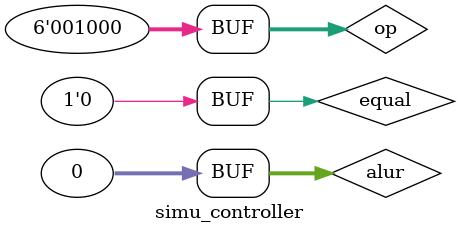
<source format=v>
`timescale 1ns / 1ps
module simu_controller( );
    reg [5:0] op; //op×Ö¶Î
    reg [5:0] func;//func×Ö¶Î
    reg [31:0] alur;  //aluµÄÔËËã½á¹û
    reg equal;        //aluÊÇ·ñÏàµÈµÄÅÐ¶ÏÊä³ö
    wire  jump;    //ÎÞÌõ¼þ·ÖÖ§
    wire  branch;  //ÓÐÌõ¼þ·ÖÖ§³É¹¦
    wire  bat; //ÓÐÌõ¼þ·ÖÖ§³¢ÊÔ
    wire  ret; //return ·µ»Ø
    wire  RegDst1; //
    wire  jal; //º¯Êýµ÷ÓÃjal
    wire  RegDin1; //
    wire  shift;   //Î»ÒÆ
    wire  [3:0]ALUOP;   //aluµÄ²Ù×÷Âë
    wire  syscall; //Í£»ú
    wire  RegWrite;  //Ð´¼Ä´æÆ÷  
    wire  sw;      //DMWrite Ð´Êý¾Ý´æ´¢Æ÷
    wire  [3:0]mode;    //Êý¾Ý´æ´¢Æ÷·ÃÎÊÄ£Ê½
    wire  AluB1;  //aluµÄbÊä³öµÄÑ¡ÔñÐÅºÅ
    controller test_controller(
        .op(op),.func(func),.alur(alur),.equal(equal),
        .jump(jump),.branch(branch),.bat(bat),.ret(ret),
        .RegDst1(RegDst1),.jal(jal),.RegDin1(RegDin1),
        .shift(shift),.ALUOP(ALUOP),.syscall(syscall),
        .RegWrite(RegWrite),.sw(sw),.mode(mode),.AluB1(AluB1)
        );  
    initial begin
        op = 6'b001000;
       // func = 6'b;
        alur = 0;
        equal = 0;
    end
endmodule

</source>
